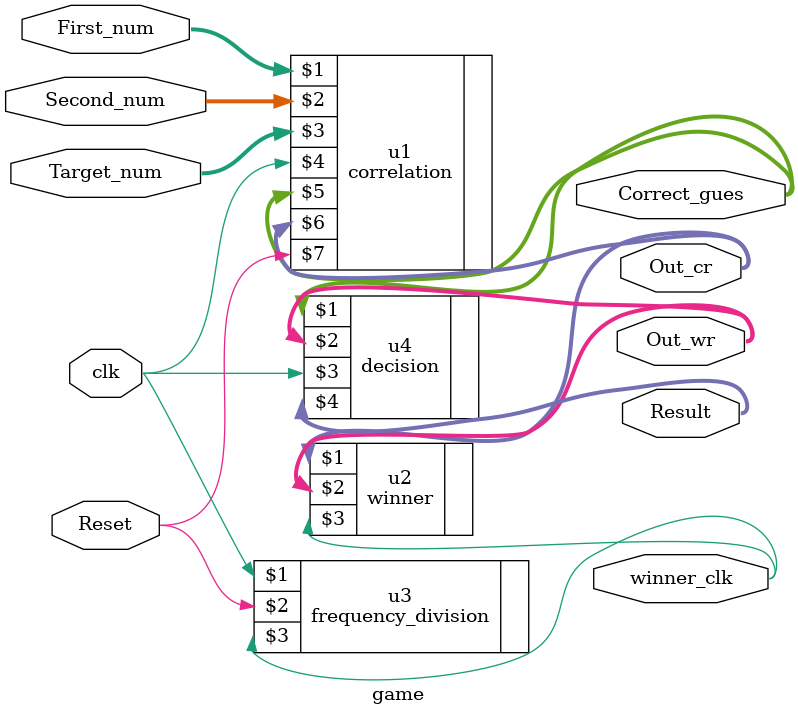
<source format=v>

module game#(parameter N = 8)(First_num, Second_num, Target_num, clk, Reset, winner_clk, Correct_gues, Out_cr, Out_wr, Result);

input [N-1:0] First_num, Second_num, Target_num;
input clk, Reset; 
output winner_clk;
output [1:0] Correct_gues, Out_wr, Result;
output [9:0] Out_cr;

wire winner_clk;
wire [1:0] Correct_gues, Out_wr, Result;
wire [9:0] Out_cr;

defparam u1.N = N;
correlation u1(First_num, Second_num, Target_num, clk, Correct_gues, Out_cr, Reset);
frequency_division u3(clk, Reset, winner_clk);
winner u2(Out_cr, Out_wr, winner_clk);
decision u4(Correct_gues, Out_wr, clk, Result);

endmodule 
</source>
